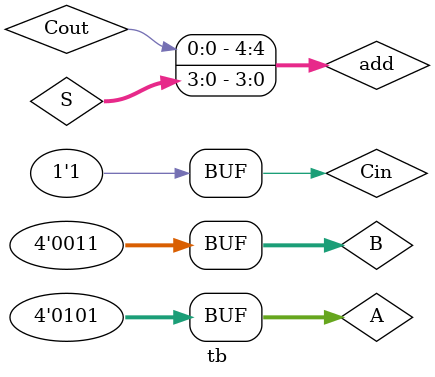
<source format=sv>
module CarryLookAheadAdder(
  input [3:0]A, B, 
  input Cin,
  output [3:0] S,
  output Cout
);
  wire [3:0] Ci; // Carry intermediate for intermediate computation
  
  assign Ci[0] = Cin;
  assign Ci[1] = (A[0] & B[0]) | ((A[0]^B[0]) & Ci[0]);
  //assign Ci[2] = (A[1] & B[1]) | ((A[1]^B[1]) & Ci[1]); expands to
  assign Ci[2] = (A[1] & B[1]) | ((A[1]^B[1]) & ((A[0] & B[0]) | ((A[0]^B[0]) & Ci[0])));
  //assign Ci[3] = (A[2] & B[2]) | ((A[2]^B[2]) & Ci[2]); expands to
  assign Ci[3] = (A[2] & B[2]) | ((A[2]^B[2]) & ((A[1] & B[1]) | ((A[1]^B[1]) & ((A[0] & B[0]) | ((A[0]^B[0]) & Ci[0])))));
  //assign Cout  = (A[3] & B[3]) | ((A[3]^B[3]) & Ci[3]); expands to
  assign Cout  = (A[3] & B[3]) | ((A[3]^B[3]) & ((A[2] & B[2]) | ((A[2]^B[2]) & ((A[1] & B[1]) | ((A[1]^B[1]) & ((A[0] & B[0]) | ((A[0]^B[0]) & Ci[0])))))));

  assign S = A^B^Ci;
endmodule

module tb;
  reg [3:0]A, B; 
  reg Cin;
  wire [3:0] S;
  wire Cout;
  wire[4:0] add;
  
  CarryLookAheadAdder cla(A, B, Cin, S, Cout);
  
  assign add = {Cout, S};
  initial begin
    $monitor("A = %b: B = %b, Cin = %b --> S = %b, Cout = %b, Addition = %0d", A, B, Cin, S, Cout, add);
    A = 1; B = 0; Cin = 0; #3;
    A = 2; B = 4; Cin = 1; #3;
    A = 4'hb; B = 4'h6; Cin = 0; #3;
    A = 5; B = 3; Cin = 1;
  end
endmodule


</source>
